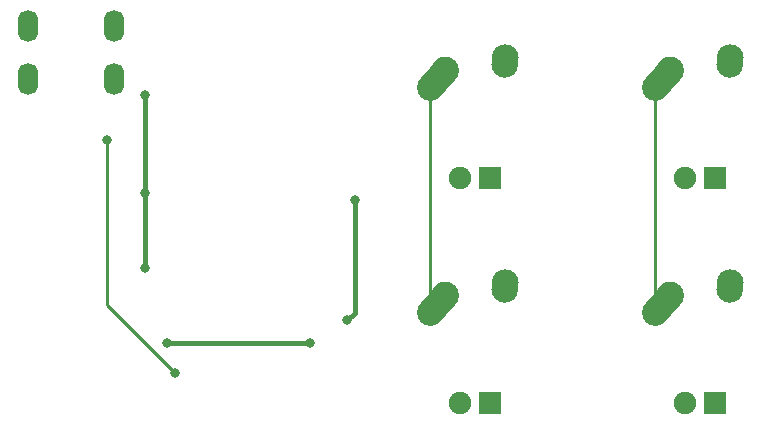
<source format=gtl>
%TF.GenerationSoftware,KiCad,Pcbnew,7.0.10*%
%TF.CreationDate,2024-01-02T16:32:01-06:00*%
%TF.ProjectId,Keyboard3x3,4b657962-6f61-4726-9433-78332e6b6963,rev?*%
%TF.SameCoordinates,Original*%
%TF.FileFunction,Copper,L1,Top*%
%TF.FilePolarity,Positive*%
%FSLAX46Y46*%
G04 Gerber Fmt 4.6, Leading zero omitted, Abs format (unit mm)*
G04 Created by KiCad (PCBNEW 7.0.10) date 2024-01-02 16:32:01*
%MOMM*%
%LPD*%
G01*
G04 APERTURE LIST*
G04 Aperture macros list*
%AMHorizOval*
0 Thick line with rounded ends*
0 $1 width*
0 $2 $3 position (X,Y) of the first rounded end (center of the circle)*
0 $4 $5 position (X,Y) of the second rounded end (center of the circle)*
0 Add line between two ends*
20,1,$1,$2,$3,$4,$5,0*
0 Add two circle primitives to create the rounded ends*
1,1,$1,$2,$3*
1,1,$1,$4,$5*%
G04 Aperture macros list end*
%TA.AperFunction,ComponentPad*%
%ADD10O,1.700000X2.700000*%
%TD*%
%TA.AperFunction,ComponentPad*%
%ADD11HorizOval,2.250000X0.020000X0.290000X-0.020000X-0.290000X0*%
%TD*%
%TA.AperFunction,ComponentPad*%
%ADD12C,2.250000*%
%TD*%
%TA.AperFunction,ComponentPad*%
%ADD13HorizOval,2.250000X0.655001X0.730000X-0.655001X-0.730000X0*%
%TD*%
%TA.AperFunction,ComponentPad*%
%ADD14C,1.905000*%
%TD*%
%TA.AperFunction,ComponentPad*%
%ADD15R,1.905000X1.905000*%
%TD*%
%TA.AperFunction,ViaPad*%
%ADD16C,0.800000*%
%TD*%
%TA.AperFunction,Conductor*%
%ADD17C,0.254000*%
%TD*%
%TA.AperFunction,Conductor*%
%ADD18C,0.381000*%
%TD*%
G04 APERTURE END LIST*
D10*
%TO.P,USB1,6,SHIELD*%
%TO.N,GND*%
X41002000Y-53950000D03*
X48302000Y-53950000D03*
X48302000Y-49450000D03*
X41002000Y-49450000D03*
%TD*%
D11*
%TO.P,MX4,2,ROW*%
%TO.N,Net-(D4-A)*%
X100385000Y-71485000D03*
D12*
X100405000Y-71195000D03*
D13*
%TO.P,MX4,1,COL*%
%TO.N,COL1*%
X94710001Y-73005000D03*
D12*
X95365000Y-72275000D03*
D14*
%TO.P,MX4,3*%
%TO.N,N/C*%
X96595000Y-81355000D03*
D15*
%TO.P,MX4,4*%
X99135000Y-81355000D03*
%TD*%
%TO.P,MX3,4*%
%TO.N,N/C*%
X99135000Y-62305000D03*
D14*
%TO.P,MX3,3*%
X96595000Y-62305000D03*
D12*
%TO.P,MX3,1,COL*%
%TO.N,COL1*%
X95365000Y-53225000D03*
D13*
X94710001Y-53955000D03*
D12*
%TO.P,MX3,2,ROW*%
%TO.N,Net-(D3-A)*%
X100405000Y-52145000D03*
D11*
X100385000Y-52435000D03*
%TD*%
D15*
%TO.P,MX2,4*%
%TO.N,N/C*%
X80085000Y-81355000D03*
D14*
%TO.P,MX2,3*%
X77545000Y-81355000D03*
D12*
%TO.P,MX2,1,COL*%
%TO.N,COL0*%
X76315000Y-72275000D03*
D13*
X75660001Y-73005000D03*
D12*
%TO.P,MX2,2,ROW*%
%TO.N,Net-(D2-A)*%
X81355000Y-71195000D03*
D11*
X81335000Y-71485000D03*
%TD*%
D15*
%TO.P,MX1,4*%
%TO.N,N/C*%
X80085000Y-62305000D03*
D14*
%TO.P,MX1,3*%
X77545000Y-62305000D03*
D12*
%TO.P,MX1,1,COL*%
%TO.N,COL0*%
X76315000Y-53225000D03*
D13*
X75660001Y-53955000D03*
D12*
%TO.P,MX1,2,ROW*%
%TO.N,Net-(D1-A)*%
X81355000Y-52145000D03*
D11*
X81335000Y-52435000D03*
%TD*%
D16*
%TO.N,+5V*%
X50875000Y-63575000D03*
%TO.N,Net-(U1-~{RESET})*%
X47700000Y-59130000D03*
X53415000Y-78815000D03*
%TO.N,+5V*%
X64845000Y-76275000D03*
X52780000Y-76275000D03*
X68655000Y-64210000D03*
X68020000Y-74370000D03*
X50875000Y-69925000D03*
X50875000Y-55320000D03*
%TD*%
D17*
%TO.N,COL1*%
X94055000Y-54685000D02*
X94055000Y-73735000D01*
%TO.N,COL0*%
X75005000Y-54685000D02*
X75005000Y-73735000D01*
D18*
%TO.N,+5V*%
X50875000Y-69925000D02*
X50875000Y-63575000D01*
X50875000Y-63575000D02*
X50875000Y-55320000D01*
D17*
%TO.N,Net-(U1-~{RESET})*%
X47700000Y-73100000D02*
X47700000Y-59130000D01*
X53415000Y-78815000D02*
X47700000Y-73100000D01*
D18*
%TO.N,+5V*%
X52780000Y-76275000D02*
X64845000Y-76275000D01*
X68655000Y-73735000D02*
X68655000Y-64210000D01*
X68020000Y-74370000D02*
X68655000Y-73735000D01*
%TD*%
M02*

</source>
